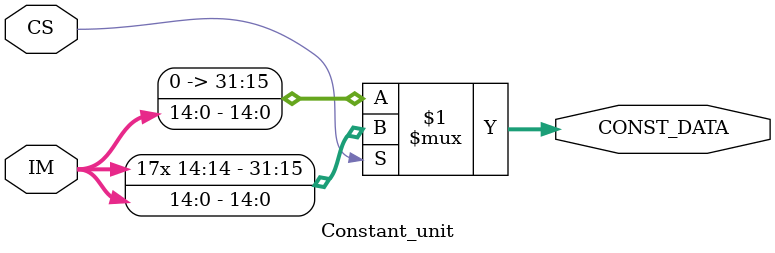
<source format=v>
`timescale 1ns / 1ps


// depending on CS bit, extends the sign bit (not sure which, COME BACK AND FIND OUT!!)


module Constant_unit(
					input [14:0] IM,
					input CS,
					output [31:0] CONST_DATA
					);
// updated: changed const_data to a wire and assigned its value
//			corrected the algorithm of REPEATING MSB throughout top 17 bits instead of just MSB


assign CONST_DATA = (CS)? {{17{IM[14]}},IM} : {17'b0,IM}; // if true, copies IM's MSB for top 17 bits (17 + 14:0 = 17 + 15 = 32 = 31:0)	
// MSB, MSB, MSB,...... MSB, IM[14], IM[13], .... IM[0] = CONST_DATA


// always@(*) begin
// 	CONST_DATA = IM;
// 	CONST_DATA[31] = (CS)? IM[14]: 0 ;	// in tables, CS = 1 for sign extended IM
// end

endmodule
</source>
